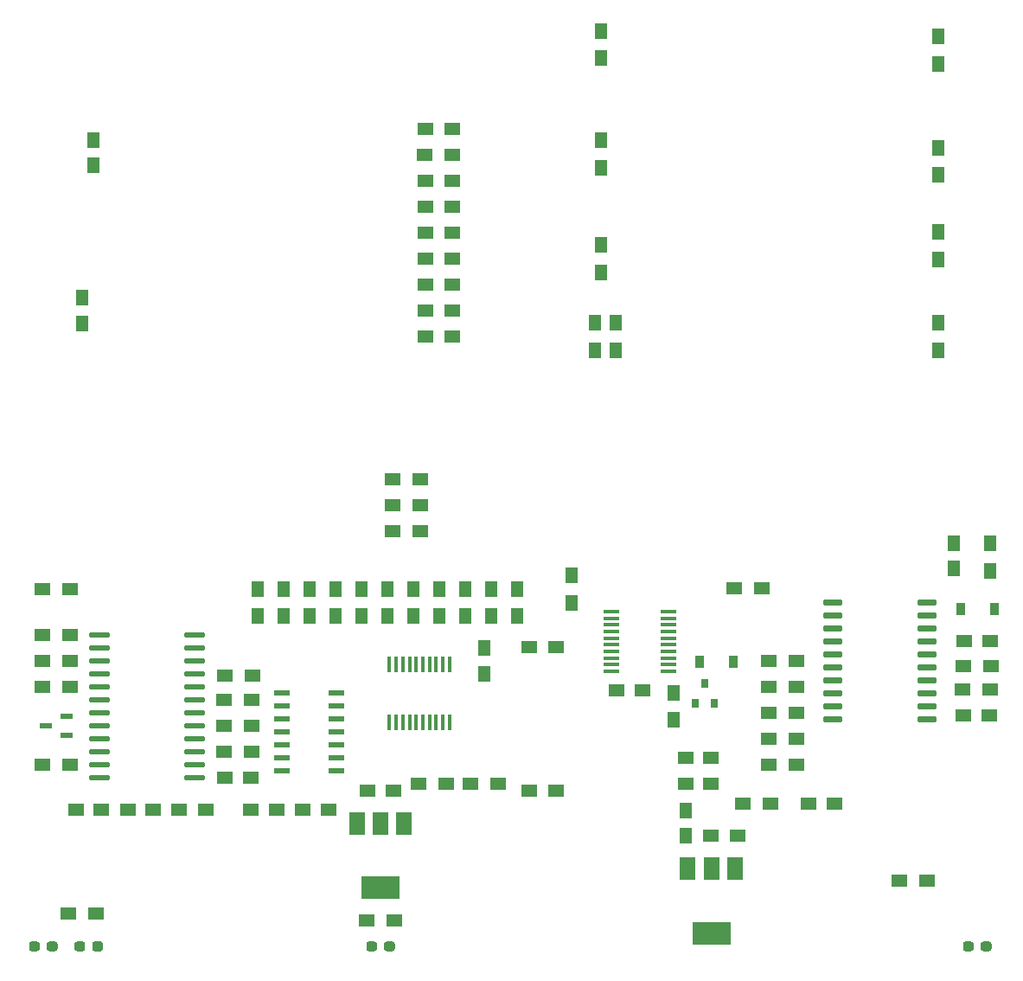
<source format=gtp>
G04 #@! TF.GenerationSoftware,KiCad,Pcbnew,(5.1.9-0-10_14)*
G04 #@! TF.CreationDate,2021-08-01T14:36:09+09:00*
G04 #@! TF.ProjectId,ADAT-IO-x4,41444154-2d49-44f2-9d78-342e6b696361,rev?*
G04 #@! TF.SameCoordinates,Original*
G04 #@! TF.FileFunction,Paste,Top*
G04 #@! TF.FilePolarity,Positive*
%FSLAX46Y46*%
G04 Gerber Fmt 4.6, Leading zero omitted, Abs format (unit mm)*
G04 Created by KiCad (PCBNEW (5.1.9-0-10_14)) date 2021-08-01 14:36:09*
%MOMM*%
%LPD*%
G01*
G04 APERTURE LIST*
%ADD10R,1.300000X0.600000*%
%ADD11R,1.500000X1.300000*%
%ADD12R,1.500000X1.250000*%
%ADD13R,1.250000X1.500000*%
%ADD14R,0.900000X1.200000*%
%ADD15R,0.800000X0.900000*%
%ADD16R,1.300000X1.500000*%
%ADD17R,3.800000X2.200000*%
%ADD18R,1.500000X2.200000*%
%ADD19R,1.600000X0.300000*%
%ADD20R,0.300000X1.600000*%
%ADD21R,1.500000X0.600000*%
G04 APERTURE END LIST*
D10*
X142460000Y-106680000D03*
X144560000Y-105730000D03*
X144560000Y-107630000D03*
D11*
X158195000Y-114935000D03*
X155495000Y-114935000D03*
D12*
X205125000Y-109855000D03*
X207625000Y-109855000D03*
D13*
X146050000Y-64790000D03*
X146050000Y-67290000D03*
X147142200Y-51821400D03*
X147142200Y-49321400D03*
D12*
X147935000Y-114935000D03*
X145435000Y-114935000D03*
D13*
X185420000Y-99080000D03*
X185420000Y-101580000D03*
D12*
X160040000Y-111760000D03*
X162540000Y-111760000D03*
X153015000Y-114935000D03*
X150515000Y-114935000D03*
X219690000Y-114300000D03*
X217190000Y-114300000D03*
X200894000Y-103251000D03*
X198394000Y-103251000D03*
X234828400Y-105664000D03*
X232328400Y-105664000D03*
X205125000Y-112395000D03*
X207625000Y-112395000D03*
X167660000Y-114935000D03*
X170160000Y-114935000D03*
D13*
X205105000Y-117455000D03*
X205105000Y-114955000D03*
D12*
X162580000Y-114935000D03*
X165080000Y-114935000D03*
G36*
G01*
X175610000Y-128507500D02*
X175610000Y-128032500D01*
G75*
G02*
X175847500Y-127795000I237500J0D01*
G01*
X176422500Y-127795000D01*
G75*
G02*
X176660000Y-128032500I0J-237500D01*
G01*
X176660000Y-128507500D01*
G75*
G02*
X176422500Y-128745000I-237500J0D01*
G01*
X175847500Y-128745000D01*
G75*
G02*
X175610000Y-128507500I0J237500D01*
G01*
G37*
G36*
G01*
X173860000Y-128507500D02*
X173860000Y-128032500D01*
G75*
G02*
X174097500Y-127795000I237500J0D01*
G01*
X174672500Y-127795000D01*
G75*
G02*
X174910000Y-128032500I0J-237500D01*
G01*
X174910000Y-128507500D01*
G75*
G02*
X174672500Y-128745000I-237500J0D01*
G01*
X174097500Y-128745000D01*
G75*
G02*
X173860000Y-128507500I0J237500D01*
G01*
G37*
G36*
G01*
X234030000Y-128507500D02*
X234030000Y-128032500D01*
G75*
G02*
X234267500Y-127795000I237500J0D01*
G01*
X234842500Y-127795000D01*
G75*
G02*
X235080000Y-128032500I0J-237500D01*
G01*
X235080000Y-128507500D01*
G75*
G02*
X234842500Y-128745000I-237500J0D01*
G01*
X234267500Y-128745000D01*
G75*
G02*
X234030000Y-128507500I0J237500D01*
G01*
G37*
G36*
G01*
X232280000Y-128507500D02*
X232280000Y-128032500D01*
G75*
G02*
X232517500Y-127795000I237500J0D01*
G01*
X233092500Y-127795000D01*
G75*
G02*
X233330000Y-128032500I0J-237500D01*
G01*
X233330000Y-128507500D01*
G75*
G02*
X233092500Y-128745000I-237500J0D01*
G01*
X232517500Y-128745000D01*
G75*
G02*
X232280000Y-128507500I0J237500D01*
G01*
G37*
D14*
X235330000Y-95250000D03*
X232030000Y-95250000D03*
G36*
G01*
X140840000Y-128507500D02*
X140840000Y-128032500D01*
G75*
G02*
X141077500Y-127795000I237500J0D01*
G01*
X141652500Y-127795000D01*
G75*
G02*
X141890000Y-128032500I0J-237500D01*
G01*
X141890000Y-128507500D01*
G75*
G02*
X141652500Y-128745000I-237500J0D01*
G01*
X141077500Y-128745000D01*
G75*
G02*
X140840000Y-128507500I0J237500D01*
G01*
G37*
G36*
G01*
X142590000Y-128507500D02*
X142590000Y-128032500D01*
G75*
G02*
X142827500Y-127795000I237500J0D01*
G01*
X143402500Y-127795000D01*
G75*
G02*
X143640000Y-128032500I0J-237500D01*
G01*
X143640000Y-128507500D01*
G75*
G02*
X143402500Y-128745000I-237500J0D01*
G01*
X142827500Y-128745000D01*
G75*
G02*
X142590000Y-128507500I0J237500D01*
G01*
G37*
G36*
G01*
X145285000Y-128507500D02*
X145285000Y-128032500D01*
G75*
G02*
X145522500Y-127795000I237500J0D01*
G01*
X146097500Y-127795000D01*
G75*
G02*
X146335000Y-128032500I0J-237500D01*
G01*
X146335000Y-128507500D01*
G75*
G02*
X146097500Y-128745000I-237500J0D01*
G01*
X145522500Y-128745000D01*
G75*
G02*
X145285000Y-128507500I0J237500D01*
G01*
G37*
G36*
G01*
X147035000Y-128507500D02*
X147035000Y-128032500D01*
G75*
G02*
X147272500Y-127795000I237500J0D01*
G01*
X147847500Y-127795000D01*
G75*
G02*
X148085000Y-128032500I0J-237500D01*
G01*
X148085000Y-128507500D01*
G75*
G02*
X147847500Y-128745000I-237500J0D01*
G01*
X147272500Y-128745000D01*
G75*
G02*
X147035000Y-128507500I0J237500D01*
G01*
G37*
D15*
X206060000Y-104505000D03*
X207960000Y-104505000D03*
X207010000Y-102505000D03*
D11*
X192485000Y-113030000D03*
X189785000Y-113030000D03*
X189785000Y-99000000D03*
X192485000Y-99000000D03*
X184070000Y-112395000D03*
X186770000Y-112395000D03*
X213440000Y-114300000D03*
X210740000Y-114300000D03*
X178990000Y-112395000D03*
X181690000Y-112395000D03*
X210265000Y-117475000D03*
X207565000Y-117475000D03*
X176610000Y-125730000D03*
X173910000Y-125730000D03*
X226043500Y-121805700D03*
X228743500Y-121805700D03*
D16*
X196850000Y-59610000D03*
X196850000Y-62310000D03*
X229870000Y-61040000D03*
X229870000Y-58340000D03*
X196215000Y-67230000D03*
X196215000Y-69930000D03*
X229870000Y-69930000D03*
X229870000Y-67230000D03*
X196850000Y-38655000D03*
X196850000Y-41355000D03*
X229870000Y-41910000D03*
X229870000Y-39210000D03*
X196850000Y-49370000D03*
X196850000Y-52070000D03*
X229870000Y-52785000D03*
X229870000Y-50085000D03*
X194005200Y-91948000D03*
X194005200Y-94648000D03*
D11*
X213280000Y-100330000D03*
X215980000Y-100330000D03*
X215980000Y-102870000D03*
X213280000Y-102870000D03*
X213280000Y-105410000D03*
X215980000Y-105410000D03*
X232304600Y-100812600D03*
X235004600Y-100812600D03*
X213280000Y-107950000D03*
X215980000Y-107950000D03*
D16*
X203962000Y-103425000D03*
X203962000Y-106125000D03*
X234950000Y-91520000D03*
X234950000Y-88820000D03*
D11*
X215980000Y-110490000D03*
X213280000Y-110490000D03*
X144860000Y-100330000D03*
X142160000Y-100330000D03*
X142160000Y-110490000D03*
X144860000Y-110490000D03*
X142160000Y-102870000D03*
X144860000Y-102870000D03*
X162640000Y-109220000D03*
X159940000Y-109220000D03*
X159940000Y-106680000D03*
X162640000Y-106680000D03*
X162693340Y-101749860D03*
X159993340Y-101749860D03*
X159940000Y-104140000D03*
X162640000Y-104140000D03*
X144860000Y-97790000D03*
X142160000Y-97790000D03*
D16*
X186055000Y-93265000D03*
X186055000Y-95965000D03*
X188595000Y-95965000D03*
X188595000Y-93265000D03*
X183515000Y-95965000D03*
X183515000Y-93265000D03*
X180975000Y-93265000D03*
X180975000Y-95965000D03*
X165735000Y-93265000D03*
X165735000Y-95965000D03*
X168275000Y-93265000D03*
X168275000Y-95965000D03*
X170815000Y-93265000D03*
X170815000Y-95965000D03*
X173355000Y-95965000D03*
X173355000Y-93265000D03*
D11*
X147400000Y-125095000D03*
X144700000Y-125095000D03*
D16*
X175895000Y-93265000D03*
X175895000Y-95965000D03*
X178435000Y-95965000D03*
X178435000Y-93265000D03*
D11*
X179150000Y-82550000D03*
X176450000Y-82550000D03*
X182325000Y-68580000D03*
X179625000Y-68580000D03*
X182325000Y-63500000D03*
X179625000Y-63500000D03*
X182325000Y-66040000D03*
X179625000Y-66040000D03*
X182325000Y-60960000D03*
X179625000Y-60960000D03*
X182325000Y-58420000D03*
X179625000Y-58420000D03*
X179625000Y-55880000D03*
X182325000Y-55880000D03*
X179625000Y-53340000D03*
X182325000Y-53340000D03*
X182245000Y-50800000D03*
X179545000Y-50800000D03*
X179625000Y-48260000D03*
X182325000Y-48260000D03*
D17*
X175260000Y-122530000D03*
D18*
X177560000Y-116230000D03*
X175260000Y-116230000D03*
X172960000Y-116230000D03*
X205345000Y-120675000D03*
X207645000Y-120675000D03*
X209945000Y-120675000D03*
D17*
X207645000Y-126975000D03*
D19*
X197860000Y-95500000D03*
X197860000Y-96150000D03*
X197860000Y-96800000D03*
X197860000Y-97450000D03*
X197860000Y-98100000D03*
X197860000Y-98750000D03*
X197860000Y-99400000D03*
X197860000Y-100050000D03*
X197860000Y-100700000D03*
X197860000Y-101350000D03*
X203460000Y-101350000D03*
X203460000Y-100700000D03*
X203460000Y-100050000D03*
X203460000Y-99400000D03*
X203460000Y-98750000D03*
X203460000Y-98100000D03*
X203460000Y-97450000D03*
X203460000Y-96800000D03*
X203460000Y-96150000D03*
X203460000Y-95500000D03*
G36*
G01*
X229705000Y-105895000D02*
X229705000Y-106195000D01*
G75*
G02*
X229555000Y-106345000I-150000J0D01*
G01*
X227955000Y-106345000D01*
G75*
G02*
X227805000Y-106195000I0J150000D01*
G01*
X227805000Y-105895000D01*
G75*
G02*
X227955000Y-105745000I150000J0D01*
G01*
X229555000Y-105745000D01*
G75*
G02*
X229705000Y-105895000I0J-150000D01*
G01*
G37*
G36*
G01*
X229705000Y-104625000D02*
X229705000Y-104925000D01*
G75*
G02*
X229555000Y-105075000I-150000J0D01*
G01*
X227955000Y-105075000D01*
G75*
G02*
X227805000Y-104925000I0J150000D01*
G01*
X227805000Y-104625000D01*
G75*
G02*
X227955000Y-104475000I150000J0D01*
G01*
X229555000Y-104475000D01*
G75*
G02*
X229705000Y-104625000I0J-150000D01*
G01*
G37*
G36*
G01*
X229705000Y-103355000D02*
X229705000Y-103655000D01*
G75*
G02*
X229555000Y-103805000I-150000J0D01*
G01*
X227955000Y-103805000D01*
G75*
G02*
X227805000Y-103655000I0J150000D01*
G01*
X227805000Y-103355000D01*
G75*
G02*
X227955000Y-103205000I150000J0D01*
G01*
X229555000Y-103205000D01*
G75*
G02*
X229705000Y-103355000I0J-150000D01*
G01*
G37*
G36*
G01*
X229705000Y-102085000D02*
X229705000Y-102385000D01*
G75*
G02*
X229555000Y-102535000I-150000J0D01*
G01*
X227955000Y-102535000D01*
G75*
G02*
X227805000Y-102385000I0J150000D01*
G01*
X227805000Y-102085000D01*
G75*
G02*
X227955000Y-101935000I150000J0D01*
G01*
X229555000Y-101935000D01*
G75*
G02*
X229705000Y-102085000I0J-150000D01*
G01*
G37*
G36*
G01*
X229705000Y-100815000D02*
X229705000Y-101115000D01*
G75*
G02*
X229555000Y-101265000I-150000J0D01*
G01*
X227955000Y-101265000D01*
G75*
G02*
X227805000Y-101115000I0J150000D01*
G01*
X227805000Y-100815000D01*
G75*
G02*
X227955000Y-100665000I150000J0D01*
G01*
X229555000Y-100665000D01*
G75*
G02*
X229705000Y-100815000I0J-150000D01*
G01*
G37*
G36*
G01*
X229705000Y-99545000D02*
X229705000Y-99845000D01*
G75*
G02*
X229555000Y-99995000I-150000J0D01*
G01*
X227955000Y-99995000D01*
G75*
G02*
X227805000Y-99845000I0J150000D01*
G01*
X227805000Y-99545000D01*
G75*
G02*
X227955000Y-99395000I150000J0D01*
G01*
X229555000Y-99395000D01*
G75*
G02*
X229705000Y-99545000I0J-150000D01*
G01*
G37*
G36*
G01*
X229705000Y-98275000D02*
X229705000Y-98575000D01*
G75*
G02*
X229555000Y-98725000I-150000J0D01*
G01*
X227955000Y-98725000D01*
G75*
G02*
X227805000Y-98575000I0J150000D01*
G01*
X227805000Y-98275000D01*
G75*
G02*
X227955000Y-98125000I150000J0D01*
G01*
X229555000Y-98125000D01*
G75*
G02*
X229705000Y-98275000I0J-150000D01*
G01*
G37*
G36*
G01*
X229705000Y-97005000D02*
X229705000Y-97305000D01*
G75*
G02*
X229555000Y-97455000I-150000J0D01*
G01*
X227955000Y-97455000D01*
G75*
G02*
X227805000Y-97305000I0J150000D01*
G01*
X227805000Y-97005000D01*
G75*
G02*
X227955000Y-96855000I150000J0D01*
G01*
X229555000Y-96855000D01*
G75*
G02*
X229705000Y-97005000I0J-150000D01*
G01*
G37*
G36*
G01*
X229705000Y-95735000D02*
X229705000Y-96035000D01*
G75*
G02*
X229555000Y-96185000I-150000J0D01*
G01*
X227955000Y-96185000D01*
G75*
G02*
X227805000Y-96035000I0J150000D01*
G01*
X227805000Y-95735000D01*
G75*
G02*
X227955000Y-95585000I150000J0D01*
G01*
X229555000Y-95585000D01*
G75*
G02*
X229705000Y-95735000I0J-150000D01*
G01*
G37*
G36*
G01*
X229705000Y-94465000D02*
X229705000Y-94765000D01*
G75*
G02*
X229555000Y-94915000I-150000J0D01*
G01*
X227955000Y-94915000D01*
G75*
G02*
X227805000Y-94765000I0J150000D01*
G01*
X227805000Y-94465000D01*
G75*
G02*
X227955000Y-94315000I150000J0D01*
G01*
X229555000Y-94315000D01*
G75*
G02*
X229705000Y-94465000I0J-150000D01*
G01*
G37*
G36*
G01*
X220505000Y-94465000D02*
X220505000Y-94765000D01*
G75*
G02*
X220355000Y-94915000I-150000J0D01*
G01*
X218755000Y-94915000D01*
G75*
G02*
X218605000Y-94765000I0J150000D01*
G01*
X218605000Y-94465000D01*
G75*
G02*
X218755000Y-94315000I150000J0D01*
G01*
X220355000Y-94315000D01*
G75*
G02*
X220505000Y-94465000I0J-150000D01*
G01*
G37*
G36*
G01*
X220505000Y-95735000D02*
X220505000Y-96035000D01*
G75*
G02*
X220355000Y-96185000I-150000J0D01*
G01*
X218755000Y-96185000D01*
G75*
G02*
X218605000Y-96035000I0J150000D01*
G01*
X218605000Y-95735000D01*
G75*
G02*
X218755000Y-95585000I150000J0D01*
G01*
X220355000Y-95585000D01*
G75*
G02*
X220505000Y-95735000I0J-150000D01*
G01*
G37*
G36*
G01*
X220505000Y-97005000D02*
X220505000Y-97305000D01*
G75*
G02*
X220355000Y-97455000I-150000J0D01*
G01*
X218755000Y-97455000D01*
G75*
G02*
X218605000Y-97305000I0J150000D01*
G01*
X218605000Y-97005000D01*
G75*
G02*
X218755000Y-96855000I150000J0D01*
G01*
X220355000Y-96855000D01*
G75*
G02*
X220505000Y-97005000I0J-150000D01*
G01*
G37*
G36*
G01*
X220505000Y-98275000D02*
X220505000Y-98575000D01*
G75*
G02*
X220355000Y-98725000I-150000J0D01*
G01*
X218755000Y-98725000D01*
G75*
G02*
X218605000Y-98575000I0J150000D01*
G01*
X218605000Y-98275000D01*
G75*
G02*
X218755000Y-98125000I150000J0D01*
G01*
X220355000Y-98125000D01*
G75*
G02*
X220505000Y-98275000I0J-150000D01*
G01*
G37*
G36*
G01*
X220505000Y-99545000D02*
X220505000Y-99845000D01*
G75*
G02*
X220355000Y-99995000I-150000J0D01*
G01*
X218755000Y-99995000D01*
G75*
G02*
X218605000Y-99845000I0J150000D01*
G01*
X218605000Y-99545000D01*
G75*
G02*
X218755000Y-99395000I150000J0D01*
G01*
X220355000Y-99395000D01*
G75*
G02*
X220505000Y-99545000I0J-150000D01*
G01*
G37*
G36*
G01*
X220505000Y-100815000D02*
X220505000Y-101115000D01*
G75*
G02*
X220355000Y-101265000I-150000J0D01*
G01*
X218755000Y-101265000D01*
G75*
G02*
X218605000Y-101115000I0J150000D01*
G01*
X218605000Y-100815000D01*
G75*
G02*
X218755000Y-100665000I150000J0D01*
G01*
X220355000Y-100665000D01*
G75*
G02*
X220505000Y-100815000I0J-150000D01*
G01*
G37*
G36*
G01*
X220505000Y-102085000D02*
X220505000Y-102385000D01*
G75*
G02*
X220355000Y-102535000I-150000J0D01*
G01*
X218755000Y-102535000D01*
G75*
G02*
X218605000Y-102385000I0J150000D01*
G01*
X218605000Y-102085000D01*
G75*
G02*
X218755000Y-101935000I150000J0D01*
G01*
X220355000Y-101935000D01*
G75*
G02*
X220505000Y-102085000I0J-150000D01*
G01*
G37*
G36*
G01*
X220505000Y-103355000D02*
X220505000Y-103655000D01*
G75*
G02*
X220355000Y-103805000I-150000J0D01*
G01*
X218755000Y-103805000D01*
G75*
G02*
X218605000Y-103655000I0J150000D01*
G01*
X218605000Y-103355000D01*
G75*
G02*
X218755000Y-103205000I150000J0D01*
G01*
X220355000Y-103205000D01*
G75*
G02*
X220505000Y-103355000I0J-150000D01*
G01*
G37*
G36*
G01*
X220505000Y-104625000D02*
X220505000Y-104925000D01*
G75*
G02*
X220355000Y-105075000I-150000J0D01*
G01*
X218755000Y-105075000D01*
G75*
G02*
X218605000Y-104925000I0J150000D01*
G01*
X218605000Y-104625000D01*
G75*
G02*
X218755000Y-104475000I150000J0D01*
G01*
X220355000Y-104475000D01*
G75*
G02*
X220505000Y-104625000I0J-150000D01*
G01*
G37*
G36*
G01*
X220505000Y-105895000D02*
X220505000Y-106195000D01*
G75*
G02*
X220355000Y-106345000I-150000J0D01*
G01*
X218755000Y-106345000D01*
G75*
G02*
X218605000Y-106195000I0J150000D01*
G01*
X218605000Y-105895000D01*
G75*
G02*
X218755000Y-105745000I150000J0D01*
G01*
X220355000Y-105745000D01*
G75*
G02*
X220505000Y-105895000I0J-150000D01*
G01*
G37*
G36*
G01*
X158050000Y-111622500D02*
X158050000Y-111897500D01*
G75*
G02*
X157912500Y-112035000I-137500J0D01*
G01*
X156187500Y-112035000D01*
G75*
G02*
X156050000Y-111897500I0J137500D01*
G01*
X156050000Y-111622500D01*
G75*
G02*
X156187500Y-111485000I137500J0D01*
G01*
X157912500Y-111485000D01*
G75*
G02*
X158050000Y-111622500I0J-137500D01*
G01*
G37*
G36*
G01*
X158050000Y-110352500D02*
X158050000Y-110627500D01*
G75*
G02*
X157912500Y-110765000I-137500J0D01*
G01*
X156187500Y-110765000D01*
G75*
G02*
X156050000Y-110627500I0J137500D01*
G01*
X156050000Y-110352500D01*
G75*
G02*
X156187500Y-110215000I137500J0D01*
G01*
X157912500Y-110215000D01*
G75*
G02*
X158050000Y-110352500I0J-137500D01*
G01*
G37*
G36*
G01*
X158050000Y-109082500D02*
X158050000Y-109357500D01*
G75*
G02*
X157912500Y-109495000I-137500J0D01*
G01*
X156187500Y-109495000D01*
G75*
G02*
X156050000Y-109357500I0J137500D01*
G01*
X156050000Y-109082500D01*
G75*
G02*
X156187500Y-108945000I137500J0D01*
G01*
X157912500Y-108945000D01*
G75*
G02*
X158050000Y-109082500I0J-137500D01*
G01*
G37*
G36*
G01*
X158050000Y-107812500D02*
X158050000Y-108087500D01*
G75*
G02*
X157912500Y-108225000I-137500J0D01*
G01*
X156187500Y-108225000D01*
G75*
G02*
X156050000Y-108087500I0J137500D01*
G01*
X156050000Y-107812500D01*
G75*
G02*
X156187500Y-107675000I137500J0D01*
G01*
X157912500Y-107675000D01*
G75*
G02*
X158050000Y-107812500I0J-137500D01*
G01*
G37*
G36*
G01*
X158050000Y-106542500D02*
X158050000Y-106817500D01*
G75*
G02*
X157912500Y-106955000I-137500J0D01*
G01*
X156187500Y-106955000D01*
G75*
G02*
X156050000Y-106817500I0J137500D01*
G01*
X156050000Y-106542500D01*
G75*
G02*
X156187500Y-106405000I137500J0D01*
G01*
X157912500Y-106405000D01*
G75*
G02*
X158050000Y-106542500I0J-137500D01*
G01*
G37*
G36*
G01*
X158050000Y-105272500D02*
X158050000Y-105547500D01*
G75*
G02*
X157912500Y-105685000I-137500J0D01*
G01*
X156187500Y-105685000D01*
G75*
G02*
X156050000Y-105547500I0J137500D01*
G01*
X156050000Y-105272500D01*
G75*
G02*
X156187500Y-105135000I137500J0D01*
G01*
X157912500Y-105135000D01*
G75*
G02*
X158050000Y-105272500I0J-137500D01*
G01*
G37*
G36*
G01*
X158050000Y-104002500D02*
X158050000Y-104277500D01*
G75*
G02*
X157912500Y-104415000I-137500J0D01*
G01*
X156187500Y-104415000D01*
G75*
G02*
X156050000Y-104277500I0J137500D01*
G01*
X156050000Y-104002500D01*
G75*
G02*
X156187500Y-103865000I137500J0D01*
G01*
X157912500Y-103865000D01*
G75*
G02*
X158050000Y-104002500I0J-137500D01*
G01*
G37*
G36*
G01*
X158050000Y-102732500D02*
X158050000Y-103007500D01*
G75*
G02*
X157912500Y-103145000I-137500J0D01*
G01*
X156187500Y-103145000D01*
G75*
G02*
X156050000Y-103007500I0J137500D01*
G01*
X156050000Y-102732500D01*
G75*
G02*
X156187500Y-102595000I137500J0D01*
G01*
X157912500Y-102595000D01*
G75*
G02*
X158050000Y-102732500I0J-137500D01*
G01*
G37*
G36*
G01*
X158050000Y-101462500D02*
X158050000Y-101737500D01*
G75*
G02*
X157912500Y-101875000I-137500J0D01*
G01*
X156187500Y-101875000D01*
G75*
G02*
X156050000Y-101737500I0J137500D01*
G01*
X156050000Y-101462500D01*
G75*
G02*
X156187500Y-101325000I137500J0D01*
G01*
X157912500Y-101325000D01*
G75*
G02*
X158050000Y-101462500I0J-137500D01*
G01*
G37*
G36*
G01*
X158050000Y-100192500D02*
X158050000Y-100467500D01*
G75*
G02*
X157912500Y-100605000I-137500J0D01*
G01*
X156187500Y-100605000D01*
G75*
G02*
X156050000Y-100467500I0J137500D01*
G01*
X156050000Y-100192500D01*
G75*
G02*
X156187500Y-100055000I137500J0D01*
G01*
X157912500Y-100055000D01*
G75*
G02*
X158050000Y-100192500I0J-137500D01*
G01*
G37*
G36*
G01*
X158050000Y-98922500D02*
X158050000Y-99197500D01*
G75*
G02*
X157912500Y-99335000I-137500J0D01*
G01*
X156187500Y-99335000D01*
G75*
G02*
X156050000Y-99197500I0J137500D01*
G01*
X156050000Y-98922500D01*
G75*
G02*
X156187500Y-98785000I137500J0D01*
G01*
X157912500Y-98785000D01*
G75*
G02*
X158050000Y-98922500I0J-137500D01*
G01*
G37*
G36*
G01*
X158050000Y-97652500D02*
X158050000Y-97927500D01*
G75*
G02*
X157912500Y-98065000I-137500J0D01*
G01*
X156187500Y-98065000D01*
G75*
G02*
X156050000Y-97927500I0J137500D01*
G01*
X156050000Y-97652500D01*
G75*
G02*
X156187500Y-97515000I137500J0D01*
G01*
X157912500Y-97515000D01*
G75*
G02*
X158050000Y-97652500I0J-137500D01*
G01*
G37*
G36*
G01*
X148750000Y-97652500D02*
X148750000Y-97927500D01*
G75*
G02*
X148612500Y-98065000I-137500J0D01*
G01*
X146887500Y-98065000D01*
G75*
G02*
X146750000Y-97927500I0J137500D01*
G01*
X146750000Y-97652500D01*
G75*
G02*
X146887500Y-97515000I137500J0D01*
G01*
X148612500Y-97515000D01*
G75*
G02*
X148750000Y-97652500I0J-137500D01*
G01*
G37*
G36*
G01*
X148750000Y-98922500D02*
X148750000Y-99197500D01*
G75*
G02*
X148612500Y-99335000I-137500J0D01*
G01*
X146887500Y-99335000D01*
G75*
G02*
X146750000Y-99197500I0J137500D01*
G01*
X146750000Y-98922500D01*
G75*
G02*
X146887500Y-98785000I137500J0D01*
G01*
X148612500Y-98785000D01*
G75*
G02*
X148750000Y-98922500I0J-137500D01*
G01*
G37*
G36*
G01*
X148750000Y-100192500D02*
X148750000Y-100467500D01*
G75*
G02*
X148612500Y-100605000I-137500J0D01*
G01*
X146887500Y-100605000D01*
G75*
G02*
X146750000Y-100467500I0J137500D01*
G01*
X146750000Y-100192500D01*
G75*
G02*
X146887500Y-100055000I137500J0D01*
G01*
X148612500Y-100055000D01*
G75*
G02*
X148750000Y-100192500I0J-137500D01*
G01*
G37*
G36*
G01*
X148750000Y-101462500D02*
X148750000Y-101737500D01*
G75*
G02*
X148612500Y-101875000I-137500J0D01*
G01*
X146887500Y-101875000D01*
G75*
G02*
X146750000Y-101737500I0J137500D01*
G01*
X146750000Y-101462500D01*
G75*
G02*
X146887500Y-101325000I137500J0D01*
G01*
X148612500Y-101325000D01*
G75*
G02*
X148750000Y-101462500I0J-137500D01*
G01*
G37*
G36*
G01*
X148750000Y-102732500D02*
X148750000Y-103007500D01*
G75*
G02*
X148612500Y-103145000I-137500J0D01*
G01*
X146887500Y-103145000D01*
G75*
G02*
X146750000Y-103007500I0J137500D01*
G01*
X146750000Y-102732500D01*
G75*
G02*
X146887500Y-102595000I137500J0D01*
G01*
X148612500Y-102595000D01*
G75*
G02*
X148750000Y-102732500I0J-137500D01*
G01*
G37*
G36*
G01*
X148750000Y-104002500D02*
X148750000Y-104277500D01*
G75*
G02*
X148612500Y-104415000I-137500J0D01*
G01*
X146887500Y-104415000D01*
G75*
G02*
X146750000Y-104277500I0J137500D01*
G01*
X146750000Y-104002500D01*
G75*
G02*
X146887500Y-103865000I137500J0D01*
G01*
X148612500Y-103865000D01*
G75*
G02*
X148750000Y-104002500I0J-137500D01*
G01*
G37*
G36*
G01*
X148750000Y-105272500D02*
X148750000Y-105547500D01*
G75*
G02*
X148612500Y-105685000I-137500J0D01*
G01*
X146887500Y-105685000D01*
G75*
G02*
X146750000Y-105547500I0J137500D01*
G01*
X146750000Y-105272500D01*
G75*
G02*
X146887500Y-105135000I137500J0D01*
G01*
X148612500Y-105135000D01*
G75*
G02*
X148750000Y-105272500I0J-137500D01*
G01*
G37*
G36*
G01*
X148750000Y-106542500D02*
X148750000Y-106817500D01*
G75*
G02*
X148612500Y-106955000I-137500J0D01*
G01*
X146887500Y-106955000D01*
G75*
G02*
X146750000Y-106817500I0J137500D01*
G01*
X146750000Y-106542500D01*
G75*
G02*
X146887500Y-106405000I137500J0D01*
G01*
X148612500Y-106405000D01*
G75*
G02*
X148750000Y-106542500I0J-137500D01*
G01*
G37*
G36*
G01*
X148750000Y-107812500D02*
X148750000Y-108087500D01*
G75*
G02*
X148612500Y-108225000I-137500J0D01*
G01*
X146887500Y-108225000D01*
G75*
G02*
X146750000Y-108087500I0J137500D01*
G01*
X146750000Y-107812500D01*
G75*
G02*
X146887500Y-107675000I137500J0D01*
G01*
X148612500Y-107675000D01*
G75*
G02*
X148750000Y-107812500I0J-137500D01*
G01*
G37*
G36*
G01*
X148750000Y-109082500D02*
X148750000Y-109357500D01*
G75*
G02*
X148612500Y-109495000I-137500J0D01*
G01*
X146887500Y-109495000D01*
G75*
G02*
X146750000Y-109357500I0J137500D01*
G01*
X146750000Y-109082500D01*
G75*
G02*
X146887500Y-108945000I137500J0D01*
G01*
X148612500Y-108945000D01*
G75*
G02*
X148750000Y-109082500I0J-137500D01*
G01*
G37*
G36*
G01*
X148750000Y-110352500D02*
X148750000Y-110627500D01*
G75*
G02*
X148612500Y-110765000I-137500J0D01*
G01*
X146887500Y-110765000D01*
G75*
G02*
X146750000Y-110627500I0J137500D01*
G01*
X146750000Y-110352500D01*
G75*
G02*
X146887500Y-110215000I137500J0D01*
G01*
X148612500Y-110215000D01*
G75*
G02*
X148750000Y-110352500I0J-137500D01*
G01*
G37*
G36*
G01*
X148750000Y-111622500D02*
X148750000Y-111897500D01*
G75*
G02*
X148612500Y-112035000I-137500J0D01*
G01*
X146887500Y-112035000D01*
G75*
G02*
X146750000Y-111897500I0J137500D01*
G01*
X146750000Y-111622500D01*
G75*
G02*
X146887500Y-111485000I137500J0D01*
G01*
X148612500Y-111485000D01*
G75*
G02*
X148750000Y-111622500I0J-137500D01*
G01*
G37*
D20*
X176145000Y-100705000D03*
X176795000Y-100705000D03*
X177445000Y-100705000D03*
X178095000Y-100705000D03*
X178745000Y-100705000D03*
X179395000Y-100705000D03*
X180045000Y-100705000D03*
X180695000Y-100705000D03*
X181345000Y-100705000D03*
X181995000Y-100705000D03*
X181995000Y-106305000D03*
X181345000Y-106305000D03*
X180695000Y-106305000D03*
X180045000Y-106305000D03*
X179395000Y-106305000D03*
X178745000Y-106305000D03*
X178095000Y-106305000D03*
X177445000Y-106305000D03*
X176795000Y-106305000D03*
X176145000Y-106305000D03*
D11*
X144860000Y-93345000D03*
X142160000Y-93345000D03*
D21*
X165575000Y-103505000D03*
X165575000Y-104775000D03*
X165575000Y-106045000D03*
X165575000Y-107315000D03*
X165575000Y-108585000D03*
X165575000Y-109855000D03*
X165575000Y-111125000D03*
X170975000Y-111125000D03*
X170975000Y-109855000D03*
X170975000Y-108585000D03*
X170975000Y-107315000D03*
X170975000Y-106045000D03*
X170975000Y-104775000D03*
X170975000Y-103505000D03*
D11*
X176450000Y-87630000D03*
X179150000Y-87630000D03*
X176450000Y-85090000D03*
X179150000Y-85090000D03*
D12*
X174010000Y-113030000D03*
X176510000Y-113030000D03*
X234930000Y-98425000D03*
X232430000Y-98425000D03*
D16*
X163195000Y-95965000D03*
X163195000Y-93265000D03*
D13*
X231394000Y-88793000D03*
X231394000Y-91293000D03*
D14*
X206477600Y-100406200D03*
X209777600Y-100406200D03*
D16*
X198323200Y-69930000D03*
X198323200Y-67230000D03*
D11*
X234953800Y-103098600D03*
X232253800Y-103098600D03*
X212600000Y-93250000D03*
X209900000Y-93250000D03*
M02*

</source>
